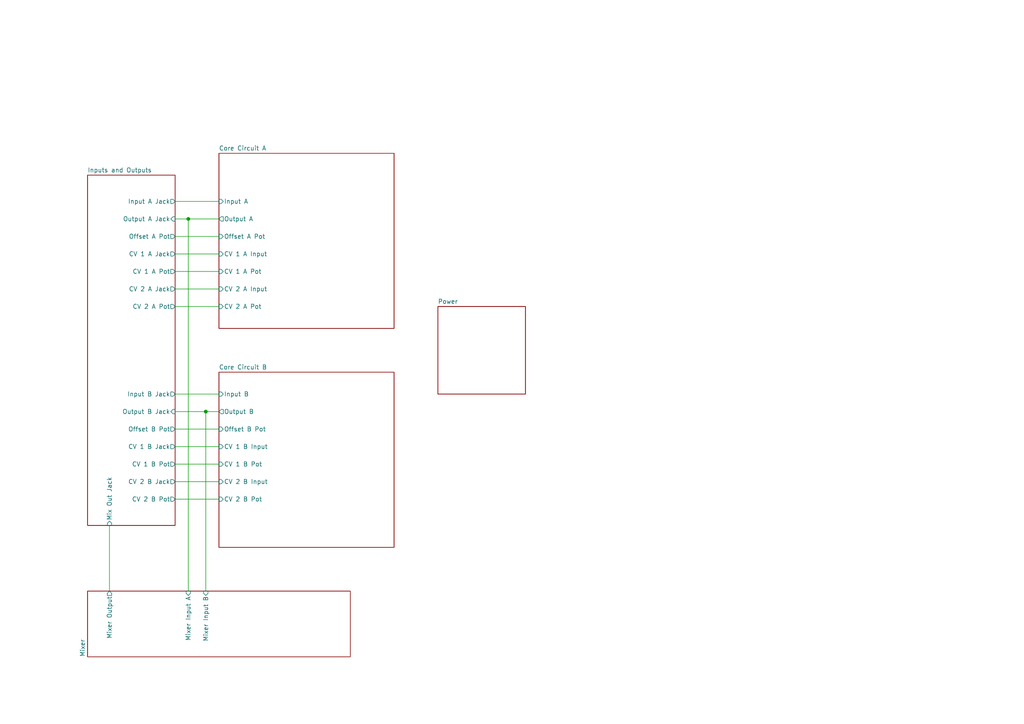
<source format=kicad_sch>
(kicad_sch
	(version 20250114)
	(generator "eeschema")
	(generator_version "9.0")
	(uuid "58f4306d-5387-4983-bb08-41a2313fd315")
	(paper "A4")
	(title_block
		(rev "1")
		(company "DMH Instruments")
		(comment 1 "PCB for 5 cm Kosmo format synthesizer module")
	)
	(lib_symbols)
	(junction
		(at 54.61 63.5)
		(diameter 0)
		(color 0 0 0 0)
		(uuid "64aa824b-d852-4ad4-9783-b6538093c0b3")
	)
	(junction
		(at 59.69 119.38)
		(diameter 0)
		(color 0 0 0 0)
		(uuid "afb8f91b-381e-4ddd-b4ee-95b21facf285")
	)
	(wire
		(pts
			(xy 50.8 139.7) (xy 63.5 139.7)
		)
		(stroke
			(width 0)
			(type default)
		)
		(uuid "0b435a09-f8f3-43e9-86f7-b34f99771b2f")
	)
	(wire
		(pts
			(xy 50.8 134.62) (xy 63.5 134.62)
		)
		(stroke
			(width 0)
			(type default)
		)
		(uuid "0ba9c8d3-6a4d-4dcd-be78-649b2efeef64")
	)
	(wire
		(pts
			(xy 31.75 152.4) (xy 31.75 171.45)
		)
		(stroke
			(width 0)
			(type default)
		)
		(uuid "0e91466b-7682-4dc2-b07c-9069faf96ac1")
	)
	(wire
		(pts
			(xy 50.8 63.5) (xy 54.61 63.5)
		)
		(stroke
			(width 0)
			(type default)
		)
		(uuid "15bfaebd-f0b4-4d2c-b8e0-056ced5a13cb")
	)
	(wire
		(pts
			(xy 50.8 144.78) (xy 63.5 144.78)
		)
		(stroke
			(width 0)
			(type default)
		)
		(uuid "1aef010f-d43d-4e35-b562-04efe12bbbe3")
	)
	(wire
		(pts
			(xy 50.8 124.46) (xy 63.5 124.46)
		)
		(stroke
			(width 0)
			(type default)
		)
		(uuid "2f7892b5-c869-4cdb-86ed-1a3c723a6826")
	)
	(wire
		(pts
			(xy 50.8 68.58) (xy 63.5 68.58)
		)
		(stroke
			(width 0)
			(type default)
		)
		(uuid "3491dfa6-ff1d-47ef-828c-9ad85a9beb30")
	)
	(wire
		(pts
			(xy 50.8 88.9) (xy 63.5 88.9)
		)
		(stroke
			(width 0)
			(type default)
		)
		(uuid "3f80389b-bfff-442c-9bc6-ecbf9de9dbf0")
	)
	(wire
		(pts
			(xy 50.8 129.54) (xy 63.5 129.54)
		)
		(stroke
			(width 0)
			(type default)
		)
		(uuid "8811e99f-2636-40f5-8aaa-5b2d5744fb29")
	)
	(wire
		(pts
			(xy 50.8 114.3) (xy 63.5 114.3)
		)
		(stroke
			(width 0)
			(type default)
		)
		(uuid "8db5c9be-e5f8-4b5e-aaa4-56a646aafade")
	)
	(wire
		(pts
			(xy 59.69 119.38) (xy 59.69 171.45)
		)
		(stroke
			(width 0)
			(type default)
		)
		(uuid "967fd405-3976-4a15-ac89-3814223f72ee")
	)
	(wire
		(pts
			(xy 59.69 119.38) (xy 63.5 119.38)
		)
		(stroke
			(width 0)
			(type default)
		)
		(uuid "97963aaf-34ec-4f41-a11a-55ebb7d4e4da")
	)
	(wire
		(pts
			(xy 54.61 63.5) (xy 63.5 63.5)
		)
		(stroke
			(width 0)
			(type default)
		)
		(uuid "9a4d3e6a-bf33-4caf-84e1-39a03dcf27e9")
	)
	(wire
		(pts
			(xy 50.8 78.74) (xy 63.5 78.74)
		)
		(stroke
			(width 0)
			(type default)
		)
		(uuid "9c7196d4-d95e-49c3-854a-7536ea6043bc")
	)
	(wire
		(pts
			(xy 54.61 63.5) (xy 54.61 171.45)
		)
		(stroke
			(width 0)
			(type default)
		)
		(uuid "a75a1f1f-8eba-40be-b966-758e85e44f1c")
	)
	(wire
		(pts
			(xy 50.8 119.38) (xy 59.69 119.38)
		)
		(stroke
			(width 0)
			(type default)
		)
		(uuid "c696d3fa-bfc7-4641-9ed2-b5eda3d62d81")
	)
	(wire
		(pts
			(xy 50.8 58.42) (xy 63.5 58.42)
		)
		(stroke
			(width 0)
			(type default)
		)
		(uuid "cc81f8e7-5dbf-4128-9df2-6265282a141c")
	)
	(wire
		(pts
			(xy 50.8 73.66) (xy 63.5 73.66)
		)
		(stroke
			(width 0)
			(type default)
		)
		(uuid "d11689bd-81fd-4bda-9288-5562cdf98610")
	)
	(wire
		(pts
			(xy 50.8 83.82) (xy 63.5 83.82)
		)
		(stroke
			(width 0)
			(type default)
		)
		(uuid "e3b346f3-6b32-4f9f-a5b6-8a2b8c3d7726")
	)
	(sheet
		(at 127 88.9)
		(size 25.4 25.4)
		(exclude_from_sim no)
		(in_bom yes)
		(on_board yes)
		(dnp no)
		(fields_autoplaced yes)
		(stroke
			(width 0.1524)
			(type solid)
		)
		(fill
			(color 0 0 0 0.0000)
		)
		(uuid "0cdf34b2-39cd-4d9e-981a-97cd34791509")
		(property "Sheetname" "Power"
			(at 127 88.1884 0)
			(effects
				(font
					(size 1.27 1.27)
				)
				(justify left bottom)
			)
		)
		(property "Sheetfile" "Power.kicad_sch"
			(at 127 114.8846 0)
			(effects
				(font
					(size 1.27 1.27)
				)
				(justify left top)
				(hide yes)
			)
		)
		(instances
			(project "DMH_Dual_VCA_Mk2_PCB_1"
				(path "/58f4306d-5387-4983-bb08-41a2313fd315"
					(page "4")
				)
			)
		)
	)
	(sheet
		(at 25.4 171.45)
		(size 76.2 19.05)
		(exclude_from_sim no)
		(in_bom yes)
		(on_board yes)
		(dnp no)
		(fields_autoplaced yes)
		(stroke
			(width 0.1524)
			(type solid)
		)
		(fill
			(color 0 0 0 0.0000)
		)
		(uuid "553a5bd5-fc44-4ad3-8f03-a59c878959e6")
		(property "Sheetname" "Mixer"
			(at 24.6884 190.5 90)
			(effects
				(font
					(size 1.27 1.27)
				)
				(justify left bottom)
			)
		)
		(property "Sheetfile" "Mixer.kicad_sch"
			(at 102.1846 190.5 90)
			(effects
				(font
					(size 1.27 1.27)
				)
				(justify left top)
				(hide yes)
			)
		)
		(pin "Mixer Input A" input
			(at 54.61 171.45 90)
			(uuid "2e344397-15ee-4080-86b7-1546ebb15ec4")
			(effects
				(font
					(size 1.27 1.27)
				)
				(justify right)
			)
		)
		(pin "Mixer Input B" input
			(at 59.69 171.45 90)
			(uuid "4e04c6c2-461f-49c7-8e2b-5a18c263d91b")
			(effects
				(font
					(size 1.27 1.27)
				)
				(justify right)
			)
		)
		(pin "Mixer Output" output
			(at 31.75 171.45 90)
			(uuid "9b75bb5f-a4b2-496d-b251-d4733ed4b5f7")
			(effects
				(font
					(size 1.27 1.27)
				)
				(justify right)
			)
		)
		(instances
			(project "DMH_Dual_VCA_Mk2_PCB_1"
				(path "/58f4306d-5387-4983-bb08-41a2313fd315"
					(page "6")
				)
			)
		)
	)
	(sheet
		(at 63.5 107.95)
		(size 50.8 50.8)
		(exclude_from_sim no)
		(in_bom yes)
		(on_board yes)
		(dnp no)
		(fields_autoplaced yes)
		(stroke
			(width 0.1524)
			(type solid)
		)
		(fill
			(color 0 0 0 0.0000)
		)
		(uuid "7915b580-c9b0-4472-ab9c-d9fb99b1a92f")
		(property "Sheetname" "Core Circuit B"
			(at 63.5 107.2384 0)
			(effects
				(font
					(size 1.27 1.27)
				)
				(justify left bottom)
			)
		)
		(property "Sheetfile" "Core_Circuit_B.kicad_sch"
			(at 63.5 159.3346 0)
			(effects
				(font
					(size 1.27 1.27)
				)
				(justify left top)
				(hide yes)
			)
		)
		(pin "CV 1 B Input" input
			(at 63.5 129.54 180)
			(uuid "6cac8ff8-7705-4901-b56d-ee3e53572ebe")
			(effects
				(font
					(size 1.27 1.27)
				)
				(justify left)
			)
		)
		(pin "CV 2 B Input" input
			(at 63.5 139.7 180)
			(uuid "6f76309e-63f3-418a-a1b7-909e22303cf2")
			(effects
				(font
					(size 1.27 1.27)
				)
				(justify left)
			)
		)
		(pin "Input B" input
			(at 63.5 114.3 180)
			(uuid "2f59276e-9d62-4848-8a97-d032a9319958")
			(effects
				(font
					(size 1.27 1.27)
				)
				(justify left)
			)
		)
		(pin "Output B" output
			(at 63.5 119.38 180)
			(uuid "2dec7a26-5e38-4644-bb5e-87b15fedeb3c")
			(effects
				(font
					(size 1.27 1.27)
				)
				(justify left)
			)
		)
		(pin "CV 1 B Pot" input
			(at 63.5 134.62 180)
			(uuid "39ecad29-b510-4810-836c-d8dadb822d52")
			(effects
				(font
					(size 1.27 1.27)
				)
				(justify left)
			)
		)
		(pin "CV 2 B Pot" input
			(at 63.5 144.78 180)
			(uuid "b8a2790d-2bc5-48df-a0f7-fb307d324973")
			(effects
				(font
					(size 1.27 1.27)
				)
				(justify left)
			)
		)
		(pin "Offset B Pot" input
			(at 63.5 124.46 180)
			(uuid "05516ebd-e985-4cb8-8f34-985864f2ed91")
			(effects
				(font
					(size 1.27 1.27)
				)
				(justify left)
			)
		)
		(instances
			(project "DMH_Dual_VCA_Mk2_PCB_1"
				(path "/58f4306d-5387-4983-bb08-41a2313fd315"
					(page "5")
				)
			)
		)
	)
	(sheet
		(at 63.5 44.45)
		(size 50.8 50.8)
		(exclude_from_sim no)
		(in_bom yes)
		(on_board yes)
		(dnp no)
		(fields_autoplaced yes)
		(stroke
			(width 0.1524)
			(type solid)
		)
		(fill
			(color 0 0 0 0.0000)
		)
		(uuid "7ad2d702-dfb7-4d49-a82d-34430dd5948f")
		(property "Sheetname" "Core Circuit A"
			(at 63.5 43.7384 0)
			(effects
				(font
					(size 1.27 1.27)
				)
				(justify left bottom)
			)
		)
		(property "Sheetfile" "Core_Circuit_A.kicad_sch"
			(at 63.5 95.8346 0)
			(effects
				(font
					(size 1.27 1.27)
				)
				(justify left top)
				(hide yes)
			)
		)
		(pin "CV 1 A Input" input
			(at 63.5 73.66 180)
			(uuid "89ec80bc-ac70-4ecd-84d6-8e74e7942551")
			(effects
				(font
					(size 1.27 1.27)
				)
				(justify left)
			)
		)
		(pin "CV 2 A Input" input
			(at 63.5 83.82 180)
			(uuid "86a5c6bb-bfe1-4212-9ea8-00217a2af005")
			(effects
				(font
					(size 1.27 1.27)
				)
				(justify left)
			)
		)
		(pin "Input A" input
			(at 63.5 58.42 180)
			(uuid "84f10de8-87eb-4579-91b9-925fbcf030fa")
			(effects
				(font
					(size 1.27 1.27)
				)
				(justify left)
			)
		)
		(pin "Output A" output
			(at 63.5 63.5 180)
			(uuid "33089191-6823-4a8c-9c8f-1f3781aa5eff")
			(effects
				(font
					(size 1.27 1.27)
				)
				(justify left)
			)
		)
		(pin "CV 1 A Pot" input
			(at 63.5 78.74 180)
			(uuid "94020e44-e5b5-40c2-9b15-3533fd7e7559")
			(effects
				(font
					(size 1.27 1.27)
				)
				(justify left)
			)
		)
		(pin "CV 2 A Pot" input
			(at 63.5 88.9 180)
			(uuid "17057fc2-48ee-4be0-8441-40fdd59b7e6b")
			(effects
				(font
					(size 1.27 1.27)
				)
				(justify left)
			)
		)
		(pin "Offset A Pot" input
			(at 63.5 68.58 180)
			(uuid "64bd53a8-97be-42b3-a1ff-ae1991314518")
			(effects
				(font
					(size 1.27 1.27)
				)
				(justify left)
			)
		)
		(instances
			(project "DMH_Dual_VCA_Mk2_PCB_1"
				(path "/58f4306d-5387-4983-bb08-41a2313fd315"
					(page "3")
				)
			)
		)
	)
	(sheet
		(at 25.4 50.8)
		(size 25.4 101.6)
		(exclude_from_sim no)
		(in_bom yes)
		(on_board yes)
		(dnp no)
		(fields_autoplaced yes)
		(stroke
			(width 0.1524)
			(type solid)
		)
		(fill
			(color 0 0 0 0.0000)
		)
		(uuid "ce3fef8b-9f1d-4178-b50b-4a046c030679")
		(property "Sheetname" "Inputs and Outputs"
			(at 25.4 50.0884 0)
			(effects
				(font
					(size 1.27 1.27)
				)
				(justify left bottom)
			)
		)
		(property "Sheetfile" "Inputs_and_Outputs.kicad_sch"
			(at 25.4 152.9846 0)
			(effects
				(font
					(size 1.27 1.27)
				)
				(justify left top)
				(hide yes)
			)
		)
		(pin "CV 2 A Jack" output
			(at 50.8 83.82 0)
			(uuid "0876cba7-f5cc-475c-ab22-ceae04ecc34b")
			(effects
				(font
					(size 1.27 1.27)
				)
				(justify right)
			)
		)
		(pin "CV 1 A Jack" output
			(at 50.8 73.66 0)
			(uuid "7fb6e4db-af9a-4676-b84c-b579f03ead3c")
			(effects
				(font
					(size 1.27 1.27)
				)
				(justify right)
			)
		)
		(pin "CV 2 A Pot" output
			(at 50.8 88.9 0)
			(uuid "36af97bd-604d-42f6-a3f1-07e91d753459")
			(effects
				(font
					(size 1.27 1.27)
				)
				(justify right)
			)
		)
		(pin "CV 1 A Pot" output
			(at 50.8 78.74 0)
			(uuid "cbae3b18-b480-4ac1-b949-d4ea23dd4b8b")
			(effects
				(font
					(size 1.27 1.27)
				)
				(justify right)
			)
		)
		(pin "Input B Jack" output
			(at 50.8 114.3 0)
			(uuid "d6501641-ec55-465c-893b-68fd23147e67")
			(effects
				(font
					(size 1.27 1.27)
				)
				(justify right)
			)
		)
		(pin "Output B Jack" input
			(at 50.8 119.38 0)
			(uuid "68ea9cbf-ef7a-46f3-8221-b78877bb776e")
			(effects
				(font
					(size 1.27 1.27)
				)
				(justify right)
			)
		)
		(pin "Output A Jack" input
			(at 50.8 63.5 0)
			(uuid "f7594608-d5fc-41b1-8d8b-cf78766579d3")
			(effects
				(font
					(size 1.27 1.27)
				)
				(justify right)
			)
		)
		(pin "Input A Jack" output
			(at 50.8 58.42 0)
			(uuid "d39c7558-17c9-40ea-8156-06055b5768fe")
			(effects
				(font
					(size 1.27 1.27)
				)
				(justify right)
			)
		)
		(pin "CV 1 B Jack" output
			(at 50.8 129.54 0)
			(uuid "74dddd83-c036-43e7-9cac-2a1c249e18fe")
			(effects
				(font
					(size 1.27 1.27)
				)
				(justify right)
			)
		)
		(pin "CV 2 B Jack" output
			(at 50.8 139.7 0)
			(uuid "0d69908c-1a5d-4f43-ae65-0cf6dfcc81fa")
			(effects
				(font
					(size 1.27 1.27)
				)
				(justify right)
			)
		)
		(pin "CV 1 B Pot" output
			(at 50.8 134.62 0)
			(uuid "7f57366f-1abc-4ab5-ac18-1cd5b7f470b1")
			(effects
				(font
					(size 1.27 1.27)
				)
				(justify right)
			)
		)
		(pin "CV 2 B Pot" output
			(at 50.8 144.78 0)
			(uuid "8c6e1705-a94c-4ea0-9123-ae4e567f4e85")
			(effects
				(font
					(size 1.27 1.27)
				)
				(justify right)
			)
		)
		(pin "Offset B Pot" output
			(at 50.8 124.46 0)
			(uuid "25294123-79ce-4328-9ac0-6b6dec4ddfbc")
			(effects
				(font
					(size 1.27 1.27)
				)
				(justify right)
			)
		)
		(pin "Offset A Pot" output
			(at 50.8 68.58 0)
			(uuid "b1072b35-f793-44bc-9b81-f3d6cee013ce")
			(effects
				(font
					(size 1.27 1.27)
				)
				(justify right)
			)
		)
		(pin "Mix Out Jack" input
			(at 31.75 152.4 270)
			(uuid "0242144f-770b-4ae9-9d9a-8f39a048925a")
			(effects
				(font
					(size 1.27 1.27)
				)
				(justify left)
			)
		)
		(instances
			(project "DMH_Dual_VCA_Mk2_PCB_1"
				(path "/58f4306d-5387-4983-bb08-41a2313fd315"
					(page "2")
				)
			)
		)
	)
	(sheet_instances
		(path "/"
			(page "1")
		)
	)
	(embedded_fonts no)
)

</source>
